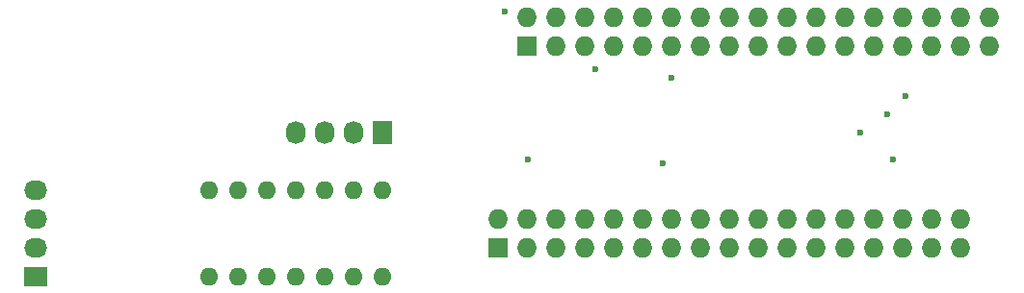
<source format=gbs>
%TF.GenerationSoftware,KiCad,Pcbnew,4.0.2+dfsg1-stable*%
%TF.CreationDate,2018-12-23T16:06:34+01:00*%
%TF.ProjectId,AmigaPCDriveAdapter,416D6967615043447269766541646170,rev?*%
%TF.FileFunction,Soldermask,Bot*%
%FSLAX46Y46*%
G04 Gerber Fmt 4.6, Leading zero omitted, Abs format (unit mm)*
G04 Created by KiCad (PCBNEW 4.0.2+dfsg1-stable) date Sun 23 Dec 2018 16:06:34 CET*
%MOMM*%
G01*
G04 APERTURE LIST*
%ADD10C,0.100000*%
%ADD11R,1.727200X2.032000*%
%ADD12O,1.727200X2.032000*%
%ADD13R,2.032000X1.727200*%
%ADD14O,2.032000X1.727200*%
%ADD15R,1.727200X1.727200*%
%ADD16O,1.727200X1.727200*%
%ADD17O,1.600000X1.600000*%
%ADD18C,0.600000*%
G04 APERTURE END LIST*
D10*
D11*
X167640000Y-109220000D03*
D12*
X165100000Y-109220000D03*
X162560000Y-109220000D03*
X160020000Y-109220000D03*
D13*
X137160000Y-121920000D03*
D14*
X137160000Y-119380000D03*
X137160000Y-116840000D03*
X137160000Y-114300000D03*
D15*
X177800000Y-119380000D03*
D16*
X177800000Y-116840000D03*
X180340000Y-119380000D03*
X180340000Y-116840000D03*
X182880000Y-119380000D03*
X182880000Y-116840000D03*
X185420000Y-119380000D03*
X185420000Y-116840000D03*
X187960000Y-119380000D03*
X187960000Y-116840000D03*
X190500000Y-119380000D03*
X190500000Y-116840000D03*
X193040000Y-119380000D03*
X193040000Y-116840000D03*
X195580000Y-119380000D03*
X195580000Y-116840000D03*
X198120000Y-119380000D03*
X198120000Y-116840000D03*
X200660000Y-119380000D03*
X200660000Y-116840000D03*
X203200000Y-119380000D03*
X203200000Y-116840000D03*
X205740000Y-119380000D03*
X205740000Y-116840000D03*
X208280000Y-119380000D03*
X208280000Y-116840000D03*
X210820000Y-119380000D03*
X210820000Y-116840000D03*
X213360000Y-119380000D03*
X213360000Y-116840000D03*
X215900000Y-119380000D03*
X215900000Y-116840000D03*
X218440000Y-119380000D03*
X218440000Y-116840000D03*
D15*
X180340000Y-101600000D03*
D16*
X180340000Y-99060000D03*
X182880000Y-101600000D03*
X182880000Y-99060000D03*
X185420000Y-101600000D03*
X185420000Y-99060000D03*
X187960000Y-101600000D03*
X187960000Y-99060000D03*
X190500000Y-101600000D03*
X190500000Y-99060000D03*
X193040000Y-101600000D03*
X193040000Y-99060000D03*
X195580000Y-101600000D03*
X195580000Y-99060000D03*
X198120000Y-101600000D03*
X198120000Y-99060000D03*
X200660000Y-101600000D03*
X200660000Y-99060000D03*
X203200000Y-101600000D03*
X203200000Y-99060000D03*
X205740000Y-101600000D03*
X205740000Y-99060000D03*
X208280000Y-101600000D03*
X208280000Y-99060000D03*
X210820000Y-101600000D03*
X210820000Y-99060000D03*
X213360000Y-101600000D03*
X213360000Y-99060000D03*
X215900000Y-101600000D03*
X215900000Y-99060000D03*
X218440000Y-101600000D03*
X218440000Y-99060000D03*
X220980000Y-101600000D03*
X220980000Y-99060000D03*
D17*
X167640000Y-114300000D03*
X165100000Y-114300000D03*
X162560000Y-114300000D03*
X160020000Y-114300000D03*
X157480000Y-114300000D03*
X154940000Y-114300000D03*
X152400000Y-114300000D03*
X152400000Y-121920000D03*
X154940000Y-121920000D03*
X157480000Y-121920000D03*
X160020000Y-121920000D03*
X162560000Y-121920000D03*
X165100000Y-121920000D03*
X167640000Y-121920000D03*
D18*
X178344900Y-98584000D03*
X213603500Y-106060200D03*
X180427500Y-111606900D03*
X186346600Y-103650400D03*
X209628100Y-109219900D03*
X212008900Y-107668900D03*
X212483800Y-111599600D03*
X192247800Y-111968400D03*
X193012300Y-104405800D03*
M02*

</source>
